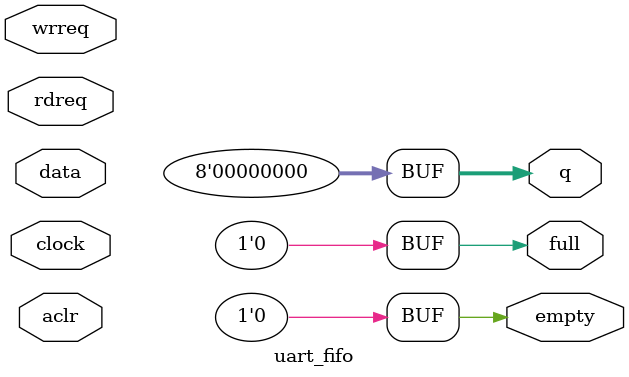
<source format=v>
module uart_fifo(	// file.cleaned.mlir:2:3
  input        aclr,	// file.cleaned.mlir:2:27
               clock,	// file.cleaned.mlir:2:42
  input  [7:0] data,	// file.cleaned.mlir:2:58
  input        rdreq,	// file.cleaned.mlir:2:73
               wrreq,	// file.cleaned.mlir:2:89
  output       empty,	// file.cleaned.mlir:2:106
               full,	// file.cleaned.mlir:2:122
  output [7:0] q	// file.cleaned.mlir:2:137
);

  assign empty = 1'h0;	// file.cleaned.mlir:3:14, :5:5
  assign full = 1'h0;	// file.cleaned.mlir:3:14, :5:5
  assign q = 8'h0;	// file.cleaned.mlir:4:14, :5:5
endmodule


</source>
